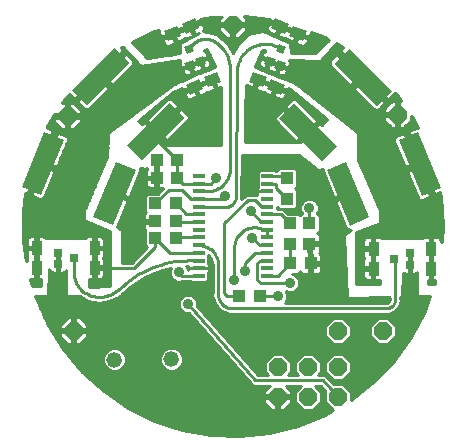
<source format=gbl>
G75*
G70*
%OFA0B0*%
%FSLAX24Y24*%
%IPPOS*%
%LPD*%
%AMOC8*
5,1,8,0,0,1.08239X$1,22.5*
%
%ADD10R,0.0390X0.0120*%
%ADD11R,0.0354X0.0492*%
%ADD12R,0.0256X0.0256*%
%ADD13R,0.0295X0.0295*%
%ADD14R,0.0256X0.0256*%
%ADD15R,0.0295X0.0295*%
%ADD16C,0.0520*%
%ADD17OC8,0.0600*%
%ADD18R,0.0700X0.2000*%
%ADD19R,0.0433X0.0394*%
%ADD20R,0.0394X0.0433*%
%ADD21C,0.0100*%
%ADD22C,0.0360*%
%ADD23C,0.0120*%
D10*
X006763Y005987D03*
X006763Y006243D03*
X006763Y006498D03*
X006763Y006754D03*
X006763Y007010D03*
X006763Y007266D03*
X006763Y007522D03*
X006763Y007778D03*
X006763Y008034D03*
X006763Y008290D03*
X006763Y008546D03*
X006763Y008802D03*
X006763Y009057D03*
X006763Y009313D03*
X009060Y009313D03*
X009060Y009057D03*
X009060Y008802D03*
X009060Y008546D03*
X009060Y008290D03*
X009060Y008034D03*
X009060Y007778D03*
X009060Y007522D03*
X009060Y007266D03*
X009060Y007010D03*
X009060Y006754D03*
X009060Y006498D03*
X009060Y006243D03*
X009060Y005987D03*
D11*
X012597Y006225D03*
X012597Y006875D03*
X014526Y006875D03*
X014526Y006225D03*
G36*
X009047Y012216D02*
X009183Y012542D01*
X009637Y012354D01*
X009501Y012028D01*
X009047Y012216D01*
G37*
G36*
X008447Y012464D02*
X008583Y012790D01*
X009037Y012602D01*
X008901Y012276D01*
X008447Y012464D01*
G37*
G36*
X007072Y012276D02*
X006936Y012602D01*
X007390Y012790D01*
X007526Y012464D01*
X007072Y012276D01*
G37*
G36*
X006471Y012028D02*
X006335Y012354D01*
X006789Y012542D01*
X006925Y012216D01*
X006471Y012028D01*
G37*
G36*
X005733Y013810D02*
X005597Y014136D01*
X006051Y014324D01*
X006187Y013998D01*
X005733Y013810D01*
G37*
G36*
X006333Y014058D02*
X006197Y014384D01*
X006651Y014572D01*
X006787Y014246D01*
X006333Y014058D01*
G37*
G36*
X009185Y014246D02*
X009321Y014572D01*
X009775Y014384D01*
X009639Y014058D01*
X009185Y014246D01*
G37*
G36*
X009786Y013998D02*
X009922Y014324D01*
X010376Y014136D01*
X010240Y013810D01*
X009786Y013998D01*
G37*
X003301Y006900D03*
X003301Y006250D03*
X001371Y006250D03*
X001371Y006900D03*
D12*
G36*
X006387Y013388D02*
X006289Y013624D01*
X006525Y013722D01*
X006623Y013486D01*
X006387Y013388D01*
G37*
G36*
X009350Y013486D02*
X009448Y013722D01*
X009684Y013624D01*
X009586Y013388D01*
X009350Y013486D01*
G37*
D13*
G36*
X008949Y013056D02*
X009062Y013327D01*
X009333Y013214D01*
X009220Y012943D01*
X008949Y013056D01*
G37*
G36*
X009294Y012913D02*
X009407Y013184D01*
X009678Y013071D01*
X009565Y012800D01*
X009294Y012913D01*
G37*
G36*
X006753Y012943D02*
X006640Y013214D01*
X006911Y013327D01*
X007024Y013056D01*
X006753Y012943D01*
G37*
G36*
X006407Y012800D02*
X006294Y013071D01*
X006565Y013184D01*
X006678Y012913D01*
X006407Y012800D01*
G37*
D14*
X002612Y006575D03*
X013286Y006550D03*
D15*
X013817Y006363D03*
X013817Y006737D03*
X002080Y006762D03*
X002080Y006388D03*
D16*
X003961Y003197D03*
X005861Y003203D03*
D17*
X002611Y004150D03*
X009411Y002950D03*
X009411Y001950D03*
X010411Y001950D03*
X010411Y002950D03*
X011411Y002950D03*
X011411Y001950D03*
X011411Y004150D03*
X012911Y004150D03*
X013411Y011350D03*
X007911Y014350D03*
X002411Y011300D03*
D18*
G36*
X003965Y013587D02*
X004460Y013092D01*
X003047Y011679D01*
X002552Y012174D01*
X003965Y013587D01*
G37*
G36*
X005797Y011756D02*
X006292Y011261D01*
X004879Y009848D01*
X004384Y010343D01*
X005797Y011756D01*
G37*
G36*
X003903Y007684D02*
X003256Y007952D01*
X004021Y009798D01*
X004668Y009530D01*
X003903Y007684D01*
G37*
G36*
X001510Y008675D02*
X000863Y008943D01*
X001628Y010789D01*
X002275Y010521D01*
X001510Y008675D01*
G37*
G36*
X011367Y010315D02*
X010872Y009820D01*
X009459Y011233D01*
X009954Y011728D01*
X011367Y010315D01*
G37*
G36*
X011047Y009510D02*
X011694Y009778D01*
X012459Y007932D01*
X011812Y007664D01*
X011047Y009510D01*
G37*
G36*
X013439Y010501D02*
X014086Y010769D01*
X014851Y008923D01*
X014204Y008655D01*
X013439Y010501D01*
G37*
G36*
X013199Y012146D02*
X012704Y011651D01*
X011291Y013064D01*
X011786Y013559D01*
X013199Y012146D01*
G37*
D19*
X010461Y007735D03*
X009811Y007735D03*
X009811Y007065D03*
X010461Y007065D03*
X006046Y009250D03*
X006046Y009850D03*
X005377Y009850D03*
X005377Y009250D03*
X005327Y008400D03*
X005327Y007800D03*
X005327Y007250D03*
X005996Y007250D03*
X005996Y007800D03*
X005996Y008400D03*
D20*
X008127Y005300D03*
X008796Y005300D03*
X009827Y006400D03*
X010496Y006400D03*
X009711Y008565D03*
X009711Y009235D03*
D21*
X003843Y002823D02*
X002846Y002823D01*
X002876Y002787D02*
X002248Y003536D01*
X001731Y004364D01*
X001333Y005256D01*
X001321Y005300D01*
X001761Y005300D01*
X001788Y006200D01*
X001793Y006182D01*
X001812Y006148D01*
X001840Y006120D01*
X001875Y006100D01*
X001913Y006090D01*
X002056Y006090D01*
X002056Y006364D01*
X002104Y006364D01*
X002104Y006090D01*
X002247Y006090D01*
X002286Y006100D01*
X002320Y006120D01*
X002348Y006148D01*
X002361Y006172D01*
X002361Y005300D01*
X002820Y005300D01*
X002908Y005251D01*
X002925Y005242D01*
X003081Y005156D01*
X003081Y005156D01*
X003433Y005091D01*
X003433Y005091D01*
X003788Y005139D01*
X004109Y005296D01*
X004113Y005300D01*
X004211Y005300D01*
X004211Y005396D01*
X004228Y005412D01*
X004237Y005421D01*
X004237Y005421D01*
X004237Y005421D01*
X004467Y005625D01*
X004981Y005961D01*
X005550Y006191D01*
X005836Y006246D01*
X005801Y006162D01*
X005801Y006038D01*
X005849Y005924D01*
X005936Y005837D01*
X006050Y005790D01*
X006173Y005790D01*
X006213Y005807D01*
X006504Y005807D01*
X006514Y005797D01*
X007011Y005797D01*
X007088Y005873D01*
X007088Y006100D01*
X007085Y006103D01*
X007097Y006125D01*
X007108Y006163D01*
X007108Y006243D01*
X007108Y006322D01*
X007097Y006360D01*
X007085Y006382D01*
X007088Y006385D01*
X007088Y006612D01*
X007073Y006626D01*
X007088Y006640D01*
X007088Y006687D01*
X007152Y006622D01*
X007222Y006453D01*
X007231Y006361D01*
X007231Y005459D01*
X007219Y005333D01*
X007219Y005333D01*
X007297Y005073D01*
X007297Y005073D01*
X007469Y004863D01*
X007469Y004863D01*
X007708Y004734D01*
X007779Y004727D01*
X007787Y004720D01*
X007852Y004720D01*
X007918Y004713D01*
X007926Y004720D01*
X013004Y004720D01*
X013017Y004710D01*
X013076Y004720D01*
X013136Y004720D01*
X013148Y004732D01*
X013186Y004738D01*
X013349Y004840D01*
X013349Y004840D01*
X013349Y004840D01*
X013461Y004997D01*
X013505Y005185D01*
X013491Y005265D01*
X013491Y005298D01*
X013561Y005300D01*
X013585Y006091D01*
X013612Y006076D01*
X013650Y006065D01*
X013793Y006065D01*
X013793Y006339D01*
X013841Y006339D01*
X013841Y006065D01*
X013985Y006065D01*
X014023Y006076D01*
X014057Y006095D01*
X014061Y006100D01*
X014061Y005300D01*
X014487Y005300D01*
X014306Y004803D01*
X013848Y003941D01*
X013274Y003150D01*
X012595Y002448D01*
X011841Y001859D01*
X011841Y002128D01*
X011589Y002380D01*
X011264Y002380D01*
X011091Y002570D01*
X011091Y002575D01*
X011042Y002624D01*
X010994Y002676D01*
X010989Y002676D01*
X010986Y002680D01*
X010916Y002680D01*
X010845Y002683D01*
X010842Y002680D01*
X010749Y002680D01*
X010841Y002772D01*
X010841Y003128D01*
X010589Y003380D01*
X010233Y003380D01*
X009981Y003128D01*
X009981Y002772D01*
X010073Y002680D01*
X009749Y002680D01*
X009841Y002772D01*
X009841Y003128D01*
X009589Y003380D01*
X009233Y003380D01*
X008981Y003128D01*
X008981Y002772D01*
X009073Y002680D01*
X008743Y002680D01*
X006716Y004976D01*
X006721Y004988D01*
X006721Y005112D01*
X006674Y005226D01*
X006587Y005313D01*
X006473Y005360D01*
X006350Y005360D01*
X006236Y005313D01*
X006149Y005226D01*
X006101Y005112D01*
X006101Y004988D01*
X006149Y004874D01*
X006236Y004787D01*
X006350Y004740D01*
X006445Y004740D01*
X008481Y002432D01*
X008481Y002425D01*
X008530Y002377D01*
X008576Y002325D01*
X008582Y002325D01*
X008587Y002320D01*
X008656Y002320D01*
X008725Y002316D01*
X008729Y002320D01*
X009145Y002320D01*
X008961Y002136D01*
X008961Y002000D01*
X009361Y002000D01*
X009361Y001900D01*
X008961Y001900D01*
X008961Y001764D01*
X009225Y001500D01*
X009361Y001500D01*
X009361Y001900D01*
X009461Y001900D01*
X009461Y001500D01*
X009598Y001500D01*
X009861Y001764D01*
X009861Y001900D01*
X009461Y001900D01*
X009461Y002000D01*
X009861Y002000D01*
X009861Y002136D01*
X009678Y002320D01*
X010173Y002320D01*
X009981Y002128D01*
X009981Y001772D01*
X010233Y001520D01*
X010589Y001520D01*
X010841Y001772D01*
X010841Y002128D01*
X010649Y002320D01*
X010832Y002320D01*
X010994Y002141D01*
X010981Y002128D01*
X010981Y001772D01*
X011233Y001520D01*
X011260Y001520D01*
X010980Y001358D01*
X010074Y000993D01*
X009127Y000756D01*
X008156Y000654D01*
X007180Y000688D01*
X006218Y000858D01*
X005289Y001160D01*
X004411Y001588D01*
X003602Y002134D01*
X002876Y002787D01*
X002945Y002725D02*
X008223Y002725D01*
X008310Y002626D02*
X003055Y002626D01*
X003164Y002528D02*
X008397Y002528D01*
X008481Y002429D02*
X003273Y002429D01*
X003383Y002331D02*
X008570Y002331D01*
X008661Y002500D02*
X006411Y005050D01*
X006229Y004793D02*
X001539Y004793D01*
X001583Y004695D02*
X006485Y004695D01*
X006571Y004596D02*
X002801Y004596D01*
X002798Y004600D02*
X002661Y004600D01*
X002661Y004200D01*
X002561Y004200D01*
X002561Y004100D01*
X002161Y004100D01*
X002161Y003964D01*
X002425Y003700D01*
X002561Y003700D01*
X002561Y004100D01*
X002661Y004100D01*
X002661Y003700D01*
X002798Y003700D01*
X003061Y003964D01*
X003061Y004100D01*
X002661Y004100D01*
X002661Y004200D01*
X003061Y004200D01*
X003061Y004336D01*
X002798Y004600D01*
X002661Y004596D02*
X002561Y004596D01*
X002561Y004600D02*
X002425Y004600D01*
X002161Y004336D01*
X002161Y004200D01*
X002561Y004200D01*
X002561Y004600D01*
X002561Y004498D02*
X002661Y004498D01*
X002661Y004399D02*
X002561Y004399D01*
X002561Y004301D02*
X002661Y004301D01*
X002661Y004202D02*
X002561Y004202D01*
X002561Y004104D02*
X001893Y004104D01*
X001955Y004005D02*
X002161Y004005D01*
X002218Y003907D02*
X002016Y003907D01*
X002078Y003808D02*
X002316Y003808D01*
X002415Y003710D02*
X002139Y003710D01*
X002201Y003611D02*
X007441Y003611D01*
X007527Y003513D02*
X006103Y003513D01*
X006082Y003534D02*
X005939Y003593D01*
X005784Y003593D01*
X005640Y003534D01*
X005531Y003424D01*
X005471Y003281D01*
X005471Y003126D01*
X005531Y002982D01*
X005640Y002873D01*
X005784Y002813D01*
X005939Y002813D01*
X006082Y002873D01*
X006192Y002982D01*
X006251Y003126D01*
X006251Y003281D01*
X006192Y003424D01*
X006082Y003534D01*
X006196Y003414D02*
X007614Y003414D01*
X007701Y003316D02*
X006237Y003316D01*
X006251Y003217D02*
X007788Y003217D01*
X007875Y003119D02*
X006249Y003119D01*
X006208Y003020D02*
X007962Y003020D01*
X008049Y002922D02*
X006132Y002922D01*
X005963Y002823D02*
X008136Y002823D01*
X008442Y003020D02*
X008981Y003020D01*
X008981Y002922D02*
X008529Y002922D01*
X008616Y002823D02*
X008981Y002823D01*
X009028Y002725D02*
X008703Y002725D01*
X008661Y002500D02*
X010911Y002500D01*
X011411Y001950D01*
X011112Y001641D02*
X010711Y001641D01*
X010612Y001543D02*
X011210Y001543D01*
X011129Y001444D02*
X004705Y001444D01*
X004907Y001346D02*
X010949Y001346D01*
X010705Y001247D02*
X005109Y001247D01*
X005322Y001149D02*
X010462Y001149D01*
X010218Y001050D02*
X005625Y001050D01*
X005928Y000952D02*
X009912Y000952D01*
X009516Y000853D02*
X006243Y000853D01*
X006802Y000755D02*
X009114Y000755D01*
X009182Y001543D02*
X004503Y001543D01*
X004332Y001641D02*
X009083Y001641D01*
X008985Y001740D02*
X004186Y001740D01*
X004040Y001838D02*
X008961Y001838D01*
X008961Y002035D02*
X003748Y002035D01*
X003894Y001937D02*
X009361Y001937D01*
X009361Y001838D02*
X009461Y001838D01*
X009461Y001740D02*
X009361Y001740D01*
X009361Y001641D02*
X009461Y001641D01*
X009461Y001543D02*
X009361Y001543D01*
X009641Y001543D02*
X010210Y001543D01*
X010112Y001641D02*
X009739Y001641D01*
X009838Y001740D02*
X010013Y001740D01*
X009981Y001838D02*
X009861Y001838D01*
X009981Y001937D02*
X009461Y001937D01*
X009765Y002232D02*
X010086Y002232D01*
X009987Y002134D02*
X009861Y002134D01*
X009861Y002035D02*
X009981Y002035D01*
X010028Y002725D02*
X009794Y002725D01*
X009841Y002823D02*
X009981Y002823D01*
X009981Y002922D02*
X009841Y002922D01*
X009841Y003020D02*
X009981Y003020D01*
X009981Y003119D02*
X009841Y003119D01*
X009752Y003217D02*
X010071Y003217D01*
X010169Y003316D02*
X009653Y003316D01*
X009169Y003316D02*
X008181Y003316D01*
X008094Y003414D02*
X013465Y003414D01*
X013394Y003316D02*
X011653Y003316D01*
X011589Y003380D02*
X011233Y003380D01*
X010981Y003128D01*
X010981Y002772D01*
X011233Y002520D01*
X011589Y002520D01*
X011841Y002772D01*
X011841Y003128D01*
X011589Y003380D01*
X011752Y003217D02*
X013322Y003217D01*
X013243Y003119D02*
X011841Y003119D01*
X011841Y003020D02*
X013148Y003020D01*
X013053Y002922D02*
X011841Y002922D01*
X011841Y002823D02*
X012958Y002823D01*
X012863Y002725D02*
X011794Y002725D01*
X011696Y002626D02*
X012768Y002626D01*
X012673Y002528D02*
X011597Y002528D01*
X011638Y002331D02*
X012445Y002331D01*
X012319Y002232D02*
X011737Y002232D01*
X011835Y002134D02*
X012193Y002134D01*
X012067Y002035D02*
X011841Y002035D01*
X011841Y001937D02*
X011941Y001937D01*
X012572Y002429D02*
X011219Y002429D01*
X011225Y002528D02*
X011129Y002528D01*
X011127Y002626D02*
X011040Y002626D01*
X011028Y002725D02*
X010794Y002725D01*
X010841Y002823D02*
X010981Y002823D01*
X010981Y002922D02*
X010841Y002922D01*
X010841Y003020D02*
X010981Y003020D01*
X010981Y003119D02*
X010841Y003119D01*
X010752Y003217D02*
X011071Y003217D01*
X011169Y003316D02*
X010653Y003316D01*
X011233Y003720D02*
X011589Y003720D01*
X011841Y003972D01*
X011841Y004328D01*
X011589Y004580D01*
X011233Y004580D01*
X010981Y004328D01*
X010981Y003972D01*
X011233Y003720D01*
X011145Y003808D02*
X007747Y003808D01*
X007834Y003710D02*
X013680Y003710D01*
X013609Y003611D02*
X007921Y003611D01*
X008008Y003513D02*
X013537Y003513D01*
X013752Y003808D02*
X013178Y003808D01*
X013089Y003720D02*
X013341Y003972D01*
X013341Y004328D01*
X013089Y004580D01*
X012733Y004580D01*
X012481Y004328D01*
X012481Y003972D01*
X012733Y003720D01*
X013089Y003720D01*
X013276Y003907D02*
X013823Y003907D01*
X013882Y004005D02*
X013341Y004005D01*
X013341Y004104D02*
X013935Y004104D01*
X013987Y004202D02*
X013341Y004202D01*
X013341Y004301D02*
X014039Y004301D01*
X014092Y004399D02*
X013270Y004399D01*
X013171Y004498D02*
X014144Y004498D01*
X014196Y004596D02*
X007052Y004596D01*
X007138Y004498D02*
X011151Y004498D01*
X011053Y004399D02*
X007225Y004399D01*
X007312Y004301D02*
X010981Y004301D01*
X010981Y004202D02*
X007399Y004202D01*
X007486Y004104D02*
X010981Y004104D01*
X010981Y004005D02*
X007573Y004005D01*
X007660Y003907D02*
X011046Y003907D01*
X011678Y003808D02*
X012645Y003808D01*
X012546Y003907D02*
X011776Y003907D01*
X011841Y004005D02*
X012481Y004005D01*
X012481Y004104D02*
X011841Y004104D01*
X011841Y004202D02*
X012481Y004202D01*
X012481Y004301D02*
X011841Y004301D01*
X011770Y004399D02*
X012553Y004399D01*
X012651Y004498D02*
X011671Y004498D01*
X011711Y005250D02*
X013122Y005288D01*
X013131Y005235D01*
X013131Y005179D01*
X013124Y005149D01*
X013096Y005110D01*
X013055Y005084D01*
X013041Y005080D01*
X009630Y005080D01*
X009674Y005124D01*
X009721Y005238D01*
X009721Y005362D01*
X009676Y005470D01*
X009750Y005440D01*
X009873Y005440D01*
X009987Y005487D01*
X010074Y005574D01*
X010121Y005688D01*
X010121Y005812D01*
X010074Y005926D01*
X009987Y006013D01*
X009889Y006053D01*
X010077Y006053D01*
X010154Y006130D01*
X010154Y006147D01*
X010159Y006126D01*
X010179Y006091D01*
X010207Y006063D01*
X010241Y006044D01*
X010279Y006033D01*
X010448Y006033D01*
X010448Y006352D01*
X010544Y006352D01*
X010544Y006033D01*
X010713Y006033D01*
X010751Y006044D01*
X010785Y006063D01*
X010813Y006091D01*
X010833Y006126D01*
X010843Y006164D01*
X010843Y006352D01*
X010544Y006352D01*
X010544Y006448D01*
X010843Y006448D01*
X010843Y006636D01*
X010833Y006674D01*
X010813Y006709D01*
X010785Y006737D01*
X010767Y006747D01*
X010770Y006748D01*
X010798Y006776D01*
X010818Y006811D01*
X010828Y006849D01*
X010828Y007017D01*
X010510Y007017D01*
X010510Y007114D01*
X010828Y007114D01*
X010828Y007282D01*
X010818Y007320D01*
X010798Y007354D01*
X010770Y007382D01*
X010736Y007402D01*
X010714Y007408D01*
X010732Y007408D01*
X010808Y007484D01*
X010808Y007985D01*
X010732Y008061D01*
X010711Y008061D01*
X010724Y008074D01*
X010771Y008188D01*
X010771Y008312D01*
X010724Y008426D01*
X010637Y008513D01*
X010523Y008560D01*
X010400Y008560D01*
X010286Y008513D01*
X010199Y008426D01*
X010151Y008312D01*
X010151Y008188D01*
X010199Y008074D01*
X010211Y008061D01*
X010191Y008061D01*
X010136Y008007D01*
X010082Y008061D01*
X009739Y008061D01*
X009587Y008214D01*
X009385Y008214D01*
X009385Y008294D01*
X009461Y008219D01*
X009962Y008219D01*
X010038Y008295D01*
X010038Y008836D01*
X009974Y008900D01*
X010038Y008964D01*
X010038Y009505D01*
X009962Y009581D01*
X009461Y009581D01*
X009384Y009505D01*
X009384Y009493D01*
X009319Y009493D01*
X009309Y009503D01*
X008811Y009503D01*
X008735Y009427D01*
X008735Y009200D01*
X008749Y009185D01*
X008735Y009171D01*
X008735Y008944D01*
X008738Y008941D01*
X008725Y008919D01*
X008715Y008881D01*
X008715Y008802D01*
X009060Y008802D01*
X009060Y008802D01*
X008715Y008802D01*
X008715Y008722D01*
X008725Y008684D01*
X008727Y008680D01*
X008414Y008680D01*
X008343Y008682D01*
X008340Y008680D01*
X008337Y008680D01*
X008286Y008629D01*
X008191Y008540D01*
X008191Y008587D01*
X008200Y008649D01*
X008192Y008659D01*
X008208Y010022D01*
X010111Y010000D01*
X010761Y009500D01*
X010900Y009544D01*
X010895Y009511D01*
X010900Y009472D01*
X011272Y008576D01*
X011687Y008748D01*
X011726Y008656D01*
X011310Y008483D01*
X011681Y007588D01*
X011705Y007556D01*
X011736Y007532D01*
X011773Y007517D01*
X011812Y007512D01*
X011847Y007517D01*
X011611Y007350D01*
X011711Y005250D01*
X011710Y005286D02*
X009721Y005286D01*
X009712Y005384D02*
X011705Y005384D01*
X011700Y005483D02*
X009977Y005483D01*
X010077Y005581D02*
X011696Y005581D01*
X011691Y005680D02*
X010118Y005680D01*
X010121Y005778D02*
X011686Y005778D01*
X011681Y005877D02*
X010094Y005877D01*
X010024Y005975D02*
X011677Y005975D01*
X011672Y006074D02*
X010795Y006074D01*
X010843Y006172D02*
X011667Y006172D01*
X011663Y006271D02*
X010843Y006271D01*
X010843Y006468D02*
X011653Y006468D01*
X011649Y006566D02*
X010843Y006566D01*
X010835Y006665D02*
X011644Y006665D01*
X011639Y006763D02*
X010785Y006763D01*
X010828Y006862D02*
X011635Y006862D01*
X011630Y006960D02*
X010828Y006960D01*
X010828Y007157D02*
X011620Y007157D01*
X011625Y007059D02*
X010510Y007059D01*
X010510Y007017D02*
X010510Y006719D01*
X010544Y006719D01*
X010544Y006448D01*
X010448Y006448D01*
X010448Y006767D01*
X010413Y006767D01*
X010413Y007017D01*
X010510Y007017D01*
X010510Y006960D02*
X010413Y006960D01*
X010413Y006862D02*
X010510Y006862D01*
X010510Y006763D02*
X010448Y006763D01*
X010448Y006665D02*
X010544Y006665D01*
X010544Y006566D02*
X010448Y006566D01*
X010448Y006468D02*
X010544Y006468D01*
X010544Y006369D02*
X011658Y006369D01*
X011616Y007256D02*
X010828Y007256D01*
X010798Y007354D02*
X011618Y007354D01*
X011757Y007453D02*
X010777Y007453D01*
X010808Y007551D02*
X011711Y007551D01*
X011655Y007650D02*
X010808Y007650D01*
X010808Y007749D02*
X011614Y007749D01*
X011573Y007847D02*
X010808Y007847D01*
X010808Y007946D02*
X011533Y007946D01*
X011492Y008044D02*
X010749Y008044D01*
X010752Y008143D02*
X011451Y008143D01*
X011410Y008241D02*
X010771Y008241D01*
X010760Y008340D02*
X011369Y008340D01*
X011329Y008438D02*
X010712Y008438D01*
X010580Y008537D02*
X011438Y008537D01*
X011414Y008635D02*
X011676Y008635D01*
X011693Y008734D02*
X011652Y008734D01*
X011247Y008635D02*
X010038Y008635D01*
X010038Y008537D02*
X010343Y008537D01*
X010211Y008438D02*
X010038Y008438D01*
X010038Y008340D02*
X010163Y008340D01*
X010151Y008241D02*
X009984Y008241D01*
X010170Y008143D02*
X009658Y008143D01*
X009512Y008034D02*
X009811Y007735D01*
X010099Y008044D02*
X010173Y008044D01*
X010461Y008250D02*
X010461Y007735D01*
X009811Y007065D02*
X009811Y006415D01*
X009827Y006400D01*
X009413Y005987D01*
X009060Y005987D01*
X008861Y005750D02*
X009811Y005750D01*
X010098Y006074D02*
X010196Y006074D01*
X010448Y006074D02*
X010544Y006074D01*
X010544Y006172D02*
X010448Y006172D01*
X010448Y006271D02*
X010544Y006271D01*
X009700Y005187D02*
X013131Y005187D01*
X013123Y005286D02*
X013043Y005286D01*
X013311Y005250D02*
X013315Y005216D01*
X013314Y005182D01*
X013311Y005148D01*
X013303Y005115D01*
X013291Y005083D01*
X013277Y005052D01*
X013258Y005023D01*
X013237Y004997D01*
X013213Y004973D01*
X013186Y004952D01*
X013157Y004933D01*
X013126Y004919D01*
X013094Y004908D01*
X013061Y004900D01*
X007861Y004900D01*
X007708Y004734D02*
X007708Y004734D01*
X007598Y004793D02*
X006878Y004793D01*
X006965Y004695D02*
X014249Y004695D01*
X014301Y004793D02*
X013274Y004793D01*
X013186Y004738D02*
X013186Y004738D01*
X013386Y004892D02*
X014339Y004892D01*
X014374Y004990D02*
X013457Y004990D01*
X013461Y004997D02*
X013461Y004997D01*
X013483Y005089D02*
X014410Y005089D01*
X014446Y005187D02*
X013504Y005187D01*
X013505Y005185D02*
X013505Y005185D01*
X013491Y005286D02*
X014482Y005286D01*
X014061Y005384D02*
X013564Y005384D01*
X013567Y005483D02*
X014061Y005483D01*
X014061Y005581D02*
X013570Y005581D01*
X013573Y005680D02*
X014061Y005680D01*
X014061Y005778D02*
X013576Y005778D01*
X013579Y005877D02*
X014061Y005877D01*
X014061Y005975D02*
X013582Y005975D01*
X013585Y006074D02*
X013618Y006074D01*
X013793Y006074D02*
X013841Y006074D01*
X013841Y006172D02*
X013793Y006172D01*
X013793Y006271D02*
X013841Y006271D01*
X013841Y006387D02*
X013793Y006387D01*
X013793Y006713D01*
X013841Y006713D01*
X013841Y006439D01*
X013841Y006387D01*
X013841Y006468D02*
X013793Y006468D01*
X013793Y006566D02*
X013841Y006566D01*
X013841Y006665D02*
X013793Y006665D01*
X013311Y006524D02*
X013311Y005250D01*
X013063Y005089D02*
X009639Y005089D01*
X009411Y005300D02*
X008796Y005300D01*
X008861Y005750D02*
X008711Y005850D01*
X008711Y006400D01*
X008810Y006498D01*
X009060Y006498D01*
X009056Y006750D02*
X009060Y006754D01*
X009056Y006750D02*
X008661Y006750D01*
X008311Y006400D01*
X008311Y006150D01*
X007961Y005850D02*
X007961Y007000D01*
X008561Y007250D02*
X008801Y007010D01*
X009060Y007010D01*
X009060Y007266D02*
X009060Y007522D01*
X009038Y007500D01*
X008661Y007600D01*
X008833Y007778D02*
X008511Y008150D01*
X008411Y008500D02*
X007611Y007750D01*
X007611Y005400D01*
X007711Y005300D01*
X008127Y005300D01*
X007861Y004900D02*
X007818Y004907D01*
X007775Y004917D01*
X007733Y004930D01*
X007693Y004948D01*
X007655Y004968D01*
X007618Y004992D01*
X007584Y005019D01*
X007552Y005049D01*
X007522Y005082D01*
X007496Y005117D01*
X007473Y005154D01*
X007453Y005194D01*
X007437Y005234D01*
X007425Y005276D01*
X007416Y005319D01*
X007410Y005362D01*
X007409Y005406D01*
X007411Y005450D01*
X007411Y006361D01*
X007231Y006369D02*
X007092Y006369D01*
X007088Y006468D02*
X007216Y006468D01*
X007175Y006566D02*
X007088Y006566D01*
X007088Y006665D02*
X007109Y006665D01*
X006763Y006754D02*
X005822Y006754D01*
X005327Y007250D01*
X005327Y006965D01*
X004611Y006250D01*
X003301Y006250D01*
X003301Y006250D01*
X003011Y005400D02*
X003064Y005373D01*
X003119Y005350D01*
X003175Y005330D01*
X003232Y005313D01*
X003290Y005301D01*
X003349Y005292D01*
X003408Y005286D01*
X003467Y005285D01*
X003527Y005287D01*
X003586Y005294D01*
X003645Y005303D01*
X003702Y005317D01*
X003759Y005334D01*
X003815Y005355D01*
X003869Y005380D01*
X003922Y005407D01*
X003972Y005439D01*
X004021Y005473D01*
X004067Y005510D01*
X004111Y005550D01*
X004211Y005384D02*
X007224Y005384D01*
X007233Y005286D02*
X006614Y005286D01*
X006690Y005187D02*
X007263Y005187D01*
X007292Y005089D02*
X006721Y005089D01*
X006721Y004990D02*
X007365Y004990D01*
X007445Y004892D02*
X006791Y004892D01*
X006658Y004498D02*
X002900Y004498D01*
X002998Y004399D02*
X006745Y004399D01*
X006832Y004301D02*
X003061Y004301D01*
X003061Y004202D02*
X006919Y004202D01*
X007006Y004104D02*
X002661Y004104D01*
X002661Y004005D02*
X002561Y004005D01*
X002561Y003907D02*
X002661Y003907D01*
X002661Y003808D02*
X002561Y003808D01*
X002561Y003710D02*
X002661Y003710D01*
X002808Y003710D02*
X007354Y003710D01*
X007267Y003808D02*
X002906Y003808D01*
X003005Y003907D02*
X007180Y003907D01*
X007093Y004005D02*
X003061Y004005D01*
X003631Y003418D02*
X003571Y003274D01*
X003571Y003119D01*
X003631Y002976D01*
X003740Y002866D01*
X003884Y002807D01*
X004039Y002807D01*
X004182Y002866D01*
X004292Y002976D01*
X004351Y003119D01*
X005474Y003119D01*
X005471Y003217D02*
X004351Y003217D01*
X004351Y003274D02*
X004292Y003418D01*
X004182Y003527D01*
X004039Y003587D01*
X003884Y003587D01*
X003740Y003527D01*
X003631Y003418D01*
X003629Y003414D02*
X002350Y003414D01*
X002432Y003316D02*
X003589Y003316D01*
X003571Y003217D02*
X002515Y003217D01*
X002598Y003119D02*
X003571Y003119D01*
X003612Y003020D02*
X002680Y003020D01*
X002763Y002922D02*
X003684Y002922D01*
X004079Y002823D02*
X005759Y002823D01*
X005591Y002922D02*
X004238Y002922D01*
X004310Y003020D02*
X005515Y003020D01*
X005486Y003316D02*
X004334Y003316D01*
X004351Y003274D02*
X004351Y003119D01*
X004293Y003414D02*
X005527Y003414D01*
X005619Y003513D02*
X004197Y003513D01*
X003726Y003513D02*
X002267Y003513D01*
X002161Y004202D02*
X001831Y004202D01*
X001770Y004301D02*
X002161Y004301D01*
X002224Y004399D02*
X001715Y004399D01*
X001671Y004498D02*
X002323Y004498D01*
X002421Y004596D02*
X001627Y004596D01*
X001495Y004892D02*
X006141Y004892D01*
X006101Y004990D02*
X001452Y004990D01*
X001408Y005089D02*
X006101Y005089D01*
X006133Y005187D02*
X003887Y005187D01*
X003788Y005139D02*
X003788Y005139D01*
X004088Y005286D02*
X006209Y005286D01*
X005896Y005877D02*
X004853Y005877D01*
X004702Y005778D02*
X007231Y005778D01*
X007231Y005680D02*
X004551Y005680D01*
X004418Y005581D02*
X007231Y005581D01*
X007231Y005483D02*
X004307Y005483D01*
X004109Y005296D02*
X004109Y005296D01*
X003011Y005399D02*
X002966Y005426D01*
X002922Y005456D01*
X002881Y005489D01*
X002842Y005525D01*
X002805Y005563D01*
X002771Y005604D01*
X002740Y005647D01*
X002712Y005692D01*
X002687Y005738D01*
X002666Y005787D01*
X002647Y005836D01*
X002633Y005887D01*
X002621Y005939D01*
X002613Y005991D01*
X002609Y006044D01*
X002608Y006097D01*
X002611Y006150D01*
X002361Y006074D02*
X001784Y006074D01*
X001787Y006172D02*
X001798Y006172D01*
X001781Y005975D02*
X002361Y005975D01*
X002361Y005877D02*
X001778Y005877D01*
X001775Y005778D02*
X002361Y005778D01*
X002361Y005680D02*
X001773Y005680D01*
X001770Y005581D02*
X002361Y005581D01*
X002361Y005483D02*
X001767Y005483D01*
X001764Y005384D02*
X002361Y005384D01*
X002845Y005286D02*
X001325Y005286D01*
X001364Y005187D02*
X003024Y005187D01*
X002104Y006172D02*
X002056Y006172D01*
X002056Y006271D02*
X002104Y006271D01*
X002104Y006412D02*
X002056Y006412D01*
X002056Y006686D01*
X002056Y006738D01*
X002104Y006738D01*
X002104Y006412D01*
X002104Y006468D02*
X002056Y006468D01*
X002056Y006566D02*
X002104Y006566D01*
X002104Y006665D02*
X002056Y006665D01*
X002612Y006575D02*
X002619Y006469D01*
X002621Y006363D01*
X002619Y006256D01*
X002612Y006150D01*
X004029Y007602D02*
X004033Y007608D01*
X004404Y008504D01*
X003989Y008676D01*
X004027Y008768D01*
X004443Y008596D01*
X004814Y009492D01*
X004819Y009531D01*
X004814Y009570D01*
X004804Y009594D01*
X005011Y009550D01*
X005036Y009568D01*
X005040Y009561D01*
X005051Y009550D01*
X005040Y009539D01*
X005020Y009505D01*
X005010Y009467D01*
X005010Y009298D01*
X005328Y009298D01*
X005328Y009202D01*
X005010Y009202D01*
X005010Y009033D01*
X005020Y008995D01*
X005040Y008961D01*
X005068Y008933D01*
X005102Y008913D01*
X005140Y008903D01*
X005328Y008903D01*
X005328Y009202D01*
X005425Y009202D01*
X005425Y008903D01*
X005575Y008903D01*
X005399Y008727D01*
X005056Y008727D01*
X004980Y008651D01*
X004980Y008149D01*
X005015Y008114D01*
X004990Y008089D01*
X004970Y008055D01*
X004960Y008017D01*
X004960Y007848D01*
X005278Y007848D01*
X005278Y007752D01*
X004960Y007752D01*
X004960Y007583D01*
X004970Y007545D01*
X004990Y007511D01*
X004990Y007511D01*
X004980Y007501D01*
X004980Y006999D01*
X005043Y006936D01*
X004537Y006430D01*
X004211Y006430D01*
X004211Y007500D01*
X004029Y007602D01*
X004051Y007650D02*
X004960Y007650D01*
X004960Y007749D02*
X004092Y007749D01*
X004132Y007847D02*
X005278Y007847D01*
X004960Y007946D02*
X004173Y007946D01*
X004214Y008044D02*
X004967Y008044D01*
X004987Y008143D02*
X004255Y008143D01*
X004296Y008241D02*
X004980Y008241D01*
X004980Y008340D02*
X004336Y008340D01*
X004377Y008438D02*
X004980Y008438D01*
X004980Y008537D02*
X004325Y008537D01*
X004348Y008635D02*
X004087Y008635D01*
X004111Y008734D02*
X004013Y008734D01*
X004459Y008635D02*
X004980Y008635D01*
X005073Y008931D02*
X004581Y008931D01*
X004622Y009029D02*
X005011Y009029D01*
X005010Y009128D02*
X004663Y009128D01*
X004704Y009226D02*
X005328Y009226D01*
X005328Y009298D02*
X005328Y009776D01*
X005364Y009802D01*
X005425Y009802D01*
X005425Y009503D01*
X005425Y009298D01*
X005328Y009298D01*
X005328Y009325D02*
X005425Y009325D01*
X005425Y009423D02*
X005328Y009423D01*
X005328Y009522D02*
X005425Y009522D01*
X005425Y009620D02*
X005328Y009620D01*
X005328Y009719D02*
X005425Y009719D01*
X005030Y009522D02*
X004818Y009522D01*
X004785Y009423D02*
X005010Y009423D01*
X005010Y009325D02*
X004744Y009325D01*
X004540Y008832D02*
X005504Y008832D01*
X005425Y008931D02*
X005328Y008931D01*
X005328Y009029D02*
X005425Y009029D01*
X005425Y009128D02*
X005328Y009128D01*
X005406Y008734D02*
X004500Y008734D01*
X005327Y008400D02*
X005777Y008850D01*
X006211Y008850D01*
X006516Y008546D01*
X006763Y008546D01*
X007557Y008546D01*
X007661Y008650D01*
X008012Y008600D02*
X008005Y008565D01*
X007995Y008531D01*
X007981Y008497D01*
X007965Y008466D01*
X007945Y008436D01*
X007923Y008408D01*
X007898Y008383D01*
X007871Y008360D01*
X007841Y008340D01*
X007810Y008322D01*
X007777Y008308D01*
X007743Y008298D01*
X007708Y008290D01*
X007672Y008287D01*
X007637Y008286D01*
X007601Y008289D01*
X007601Y008290D02*
X006763Y008290D01*
X006763Y008034D02*
X006362Y008034D01*
X005996Y008400D01*
X005996Y007800D02*
X005996Y007778D01*
X006763Y007778D01*
X006763Y007266D02*
X005996Y007266D01*
X005996Y007250D01*
X006461Y006500D02*
X006763Y006498D01*
X006763Y007010D02*
X006811Y007008D01*
X006860Y007003D01*
X006907Y006994D01*
X006954Y006981D01*
X007000Y006965D01*
X007045Y006946D01*
X007088Y006923D01*
X007129Y006897D01*
X007168Y006868D01*
X007204Y006837D01*
X007239Y006802D01*
X007270Y006766D01*
X007299Y006727D01*
X007325Y006686D01*
X007348Y006643D01*
X007367Y006598D01*
X007383Y006552D01*
X007396Y006505D01*
X007405Y006458D01*
X007410Y006409D01*
X007412Y006361D01*
X007231Y006271D02*
X007108Y006271D01*
X007108Y006243D02*
X006763Y006243D01*
X006763Y006243D01*
X007108Y006243D01*
X007108Y006172D02*
X007231Y006172D01*
X007231Y006074D02*
X007088Y006074D01*
X007088Y005975D02*
X007231Y005975D01*
X007231Y005877D02*
X007088Y005877D01*
X006763Y005987D02*
X006225Y005987D01*
X006111Y006100D01*
X006335Y006315D02*
X006418Y006318D01*
X006418Y006243D01*
X006763Y006243D01*
X006763Y006243D01*
X006418Y006243D01*
X006418Y006171D01*
X006374Y006276D01*
X006335Y006315D01*
X006376Y006271D02*
X006418Y006271D01*
X006417Y006172D02*
X006418Y006172D01*
X005806Y006172D02*
X005505Y006172D01*
X005261Y006074D02*
X005801Y006074D01*
X005827Y005975D02*
X005017Y005975D01*
X004575Y006468D02*
X004211Y006468D01*
X004211Y006566D02*
X004673Y006566D01*
X004772Y006665D02*
X004211Y006665D01*
X004211Y006763D02*
X004870Y006763D01*
X004969Y006862D02*
X004211Y006862D01*
X004211Y006960D02*
X005019Y006960D01*
X004980Y007059D02*
X004211Y007059D01*
X004211Y007157D02*
X004980Y007157D01*
X004980Y007256D02*
X004211Y007256D01*
X004211Y007354D02*
X004980Y007354D01*
X004980Y007453D02*
X004211Y007453D01*
X004119Y007551D02*
X004969Y007551D01*
X006238Y009057D02*
X006763Y009057D01*
X007169Y009057D01*
X007361Y009250D01*
X007063Y008801D02*
X007116Y008805D01*
X007168Y008812D01*
X007220Y008823D01*
X007271Y008837D01*
X007321Y008854D01*
X007369Y008875D01*
X007416Y008900D01*
X007461Y008927D01*
X007505Y008957D01*
X007546Y008991D01*
X007584Y009027D01*
X007620Y009065D01*
X007654Y009106D01*
X007684Y009149D01*
X007712Y009194D01*
X007736Y009241D01*
X007758Y009290D01*
X007775Y009340D01*
X007790Y009390D01*
X007801Y009442D01*
X007808Y009494D01*
X007811Y009547D01*
X007812Y009600D01*
X007811Y009600D02*
X007811Y012900D01*
X008061Y012950D02*
X008011Y008600D01*
X008198Y008635D02*
X008292Y008635D01*
X008193Y008734D02*
X008715Y008734D01*
X008715Y008832D02*
X008194Y008832D01*
X008195Y008931D02*
X008732Y008931D01*
X008735Y009029D02*
X008196Y009029D01*
X008197Y009128D02*
X008735Y009128D01*
X008735Y009226D02*
X008199Y009226D01*
X008200Y009325D02*
X008735Y009325D01*
X008735Y009423D02*
X008201Y009423D01*
X008202Y009522D02*
X009401Y009522D01*
X009633Y009313D02*
X009060Y009313D01*
X009060Y009057D02*
X009354Y009057D01*
X009361Y009050D01*
X009361Y008915D01*
X009711Y008565D01*
X010038Y008734D02*
X011206Y008734D01*
X011165Y008832D02*
X010038Y008832D01*
X010004Y008931D02*
X011125Y008931D01*
X011084Y009029D02*
X010038Y009029D01*
X010038Y009128D02*
X011043Y009128D01*
X011002Y009226D02*
X010038Y009226D01*
X010038Y009325D02*
X010961Y009325D01*
X010921Y009423D02*
X010038Y009423D01*
X010022Y009522D02*
X010733Y009522D01*
X010829Y009522D02*
X010897Y009522D01*
X010605Y009620D02*
X008203Y009620D01*
X008204Y009719D02*
X010477Y009719D01*
X010349Y009817D02*
X008205Y009817D01*
X008206Y009916D02*
X010221Y009916D01*
X010160Y010450D02*
X008311Y010450D01*
X008311Y011400D01*
X008358Y012343D01*
X008371Y012333D01*
X008581Y012246D01*
X008692Y012512D01*
X008763Y012483D01*
X008793Y012554D01*
X009123Y012417D01*
X009123Y012417D01*
X009321Y012335D01*
X009292Y012264D01*
X008962Y012400D01*
X008763Y012483D01*
X008653Y012216D01*
X008863Y012129D01*
X008902Y012124D01*
X008926Y012127D01*
X008940Y012108D01*
X008972Y012084D01*
X009181Y011997D01*
X009292Y012264D01*
X009363Y012234D01*
X009253Y011968D01*
X009463Y011881D01*
X009502Y011875D01*
X009541Y011881D01*
X009577Y011896D01*
X009609Y011920D01*
X009633Y011951D01*
X009693Y012097D01*
X009363Y012234D01*
X009393Y012305D01*
X009723Y012169D01*
X009749Y012232D01*
X009811Y012200D01*
X011061Y011200D01*
X010878Y011016D01*
X010802Y011092D01*
X010484Y010774D01*
X010413Y010844D01*
X010343Y010774D01*
X009565Y011552D01*
X009339Y011325D01*
X009319Y011291D01*
X009309Y011253D01*
X009309Y011214D01*
X009319Y011175D01*
X009339Y011141D01*
X010024Y010455D01*
X010343Y010774D01*
X010413Y010703D01*
X010160Y010450D01*
X010217Y010507D02*
X010075Y010507D01*
X009973Y010507D02*
X008311Y010507D01*
X008311Y010605D02*
X009875Y010605D01*
X009776Y010704D02*
X008311Y010704D01*
X008311Y010802D02*
X009678Y010802D01*
X009579Y010901D02*
X008311Y010901D01*
X008311Y010999D02*
X009481Y010999D01*
X009382Y011098D02*
X008311Y011098D01*
X008311Y011196D02*
X009313Y011196D01*
X009321Y011295D02*
X008311Y011295D01*
X008311Y011393D02*
X009406Y011393D01*
X009505Y011492D02*
X008316Y011492D01*
X008321Y011590D02*
X009668Y011590D01*
X009635Y011622D02*
X009862Y011848D01*
X009896Y011868D01*
X009934Y011878D01*
X009973Y011878D01*
X010012Y011868D01*
X010046Y011848D01*
X010732Y011163D01*
X010413Y010844D01*
X009635Y011622D01*
X009702Y011689D02*
X008326Y011689D01*
X008331Y011787D02*
X009800Y011787D01*
X009646Y011984D02*
X010081Y011984D01*
X009958Y012083D02*
X009687Y012083D01*
X009693Y012181D02*
X009491Y012181D01*
X009455Y012280D02*
X009382Y012280D01*
X009298Y012280D02*
X009254Y012280D01*
X009258Y012181D02*
X009341Y012181D01*
X009300Y012083D02*
X009217Y012083D01*
X009260Y011984D02*
X008341Y011984D01*
X008345Y012083D02*
X008975Y012083D01*
X008737Y012181D02*
X008350Y012181D01*
X008355Y012280D02*
X008500Y012280D01*
X008595Y012280D02*
X008679Y012280D01*
X008720Y012378D02*
X008636Y012378D01*
X008677Y012477D02*
X008760Y012477D01*
X008778Y012477D02*
X008980Y012477D01*
X008962Y012400D02*
X008962Y012400D01*
X009016Y012378D02*
X009217Y012378D01*
X009516Y013554D02*
X009466Y013587D01*
X009413Y013617D01*
X009358Y013643D01*
X009302Y013665D01*
X009245Y013684D01*
X009186Y013699D01*
X009127Y013711D01*
X009067Y013718D01*
X009007Y013722D01*
X008946Y013721D01*
X008886Y013717D01*
X008826Y013709D01*
X008767Y013697D01*
X008709Y013681D01*
X008651Y013662D01*
X008596Y013638D01*
X008541Y013612D01*
X008489Y013582D01*
X008439Y013548D01*
X008391Y013511D01*
X008345Y013472D01*
X008302Y013429D01*
X008262Y013384D01*
X008225Y013336D01*
X008191Y013286D01*
X008161Y013234D01*
X008134Y013180D01*
X008110Y013124D01*
X008090Y013067D01*
X008074Y013009D01*
X008061Y012950D01*
X007911Y013400D02*
X007711Y013750D01*
X007361Y014050D01*
X006911Y014150D01*
X006897Y014142D01*
X006918Y014170D01*
X006934Y014207D01*
X006939Y014246D01*
X006934Y014285D01*
X006873Y014431D01*
X006543Y014295D01*
X006513Y014366D01*
X006843Y014503D01*
X006824Y014549D01*
X007180Y014612D01*
X007550Y014625D01*
X007461Y014536D01*
X007461Y014400D01*
X007861Y014400D01*
X007861Y014300D01*
X007461Y014300D01*
X007461Y014164D01*
X007725Y013900D01*
X007861Y013900D01*
X007861Y014300D01*
X007961Y014300D01*
X007961Y013900D01*
X008098Y013900D01*
X008361Y014164D01*
X008361Y014300D01*
X007961Y014300D01*
X007961Y014400D01*
X008361Y014400D01*
X008361Y014536D01*
X008263Y014634D01*
X009127Y014544D01*
X009144Y014539D01*
X009129Y014503D01*
X009459Y014366D01*
X009430Y014295D01*
X009100Y014431D01*
X009039Y014285D01*
X009034Y014246D01*
X009039Y014207D01*
X009054Y014170D01*
X009078Y014139D01*
X009110Y014115D01*
X009320Y014028D01*
X009430Y014295D01*
X009501Y014265D01*
X009391Y013998D01*
X009601Y013911D01*
X009640Y013906D01*
X009664Y013909D01*
X009678Y013890D01*
X009710Y013866D01*
X009920Y013779D01*
X010030Y014046D01*
X009700Y014183D01*
X009501Y014265D01*
X009531Y014336D01*
X009861Y014200D01*
X010060Y014117D01*
X010030Y014046D01*
X010101Y014016D01*
X009991Y013750D01*
X010201Y013663D01*
X010240Y013658D01*
X010279Y013663D01*
X010316Y013678D01*
X010347Y013702D01*
X010371Y013733D01*
X010432Y013880D01*
X010101Y014016D01*
X010131Y014088D01*
X010461Y013951D01*
X010522Y014097D01*
X010525Y014125D01*
X010980Y013942D01*
X011121Y013860D01*
X010661Y013400D01*
X009861Y013400D01*
X009811Y013750D01*
X008911Y014150D01*
X008411Y014050D01*
X008111Y013750D01*
X007911Y013400D01*
X007876Y013462D02*
X007946Y013462D01*
X008003Y013560D02*
X007820Y013560D01*
X007764Y013659D02*
X008059Y013659D01*
X008118Y013757D02*
X007703Y013757D01*
X007588Y013856D02*
X008217Y013856D01*
X008152Y013954D02*
X008315Y013954D01*
X008250Y014053D02*
X008424Y014053D01*
X008349Y014151D02*
X009069Y014151D01*
X009034Y014250D02*
X008361Y014250D01*
X008361Y014447D02*
X009265Y014447D01*
X009301Y014348D02*
X009452Y014348D01*
X009411Y014250D02*
X009495Y014250D01*
X009539Y014250D02*
X009740Y014250D01*
X009700Y014183D02*
X009700Y014183D01*
X009777Y014151D02*
X009978Y014151D01*
X010014Y014053D02*
X010033Y014053D01*
X010116Y014053D02*
X010216Y014053D01*
X010252Y013954D02*
X010454Y013954D01*
X010462Y013954D02*
X010949Y013954D01*
X011117Y013856D02*
X010422Y013856D01*
X010381Y013757D02*
X011018Y013757D01*
X010920Y013659D02*
X010246Y013659D01*
X010234Y013659D02*
X009824Y013659D01*
X009838Y013560D02*
X010821Y013560D01*
X010723Y013462D02*
X009853Y013462D01*
X009796Y013757D02*
X009994Y013757D01*
X009951Y013856D02*
X010035Y013856D01*
X010076Y013954D02*
X009992Y013954D01*
X009736Y013856D02*
X009574Y013856D01*
X009498Y013954D02*
X009352Y013954D01*
X009330Y014053D02*
X009413Y014053D01*
X009371Y014151D02*
X009454Y014151D01*
X009260Y014053D02*
X009131Y014053D01*
X009065Y014348D02*
X007961Y014348D01*
X007961Y014250D02*
X007861Y014250D01*
X007861Y014348D02*
X006907Y014348D01*
X006938Y014250D02*
X007461Y014250D01*
X007474Y014151D02*
X006904Y014151D01*
X006785Y014082D02*
X006161Y013750D01*
X006161Y013656D01*
X006148Y013624D01*
X006161Y013592D01*
X006161Y013400D01*
X005061Y013250D01*
X004538Y013774D01*
X005289Y014140D01*
X005459Y014196D01*
X005451Y014176D01*
X005446Y014136D01*
X005451Y014097D01*
X005511Y013951D01*
X005842Y014088D01*
X005871Y014016D01*
X005943Y014046D01*
X005913Y014117D01*
X006112Y014200D01*
X006112Y014200D01*
X006442Y014336D01*
X006471Y014265D01*
X006273Y014183D01*
X006273Y014183D01*
X005943Y014046D01*
X006053Y013779D01*
X006263Y013866D01*
X006294Y013890D01*
X006309Y013909D01*
X006333Y013906D01*
X006372Y013911D01*
X006582Y013998D01*
X006471Y014265D01*
X006543Y014295D01*
X006653Y014028D01*
X006785Y014082D01*
X006729Y014053D02*
X006712Y014053D01*
X006643Y014053D02*
X006559Y014053D01*
X006544Y013954D02*
X006475Y013954D01*
X006359Y013856D02*
X006237Y013856D01*
X006174Y013757D02*
X005979Y013757D01*
X005982Y013750D02*
X005871Y014016D01*
X005541Y013880D01*
X005602Y013733D01*
X005626Y013702D01*
X005657Y013678D01*
X005693Y013663D01*
X005733Y013658D01*
X005772Y013663D01*
X005982Y013750D01*
X006021Y013856D02*
X005938Y013856D01*
X005897Y013954D02*
X005981Y013954D01*
X005958Y014053D02*
X005940Y014053D01*
X005856Y014053D02*
X005757Y014053D01*
X005721Y013954D02*
X005519Y013954D01*
X005510Y013954D02*
X004907Y013954D01*
X004705Y013856D02*
X005551Y013856D01*
X005592Y013757D02*
X004554Y013757D01*
X004653Y013659D02*
X005726Y013659D01*
X005739Y013659D02*
X006161Y013659D01*
X006161Y013560D02*
X004751Y013560D01*
X004850Y013462D02*
X006161Y013462D01*
X005890Y013363D02*
X004948Y013363D01*
X005047Y013265D02*
X005168Y013265D01*
X005109Y014053D02*
X005469Y014053D01*
X005448Y014151D02*
X005322Y014151D01*
X005995Y014151D02*
X006196Y014151D01*
X006232Y014250D02*
X006434Y014250D01*
X006478Y014250D02*
X006561Y014250D01*
X006521Y014348D02*
X006672Y014348D01*
X006708Y014447D02*
X007461Y014447D01*
X007470Y014545D02*
X006826Y014545D01*
X006602Y014151D02*
X006519Y014151D01*
X007350Y014053D02*
X007572Y014053D01*
X007473Y013954D02*
X007671Y013954D01*
X007861Y013954D02*
X007961Y013954D01*
X007961Y014053D02*
X007861Y014053D01*
X007861Y014151D02*
X007961Y014151D01*
X008353Y014545D02*
X009114Y014545D01*
X009861Y014200D02*
X009861Y014200D01*
X010503Y014053D02*
X010705Y014053D01*
X009835Y012181D02*
X009728Y012181D01*
X009553Y011886D02*
X010204Y011886D01*
X010107Y011787D02*
X010328Y011787D01*
X010206Y011689D02*
X010451Y011689D01*
X010574Y011590D02*
X010304Y011590D01*
X010403Y011492D02*
X010697Y011492D01*
X010820Y011393D02*
X010501Y011393D01*
X010600Y011295D02*
X010943Y011295D01*
X011057Y011196D02*
X010698Y011196D01*
X010666Y011098D02*
X010959Y011098D01*
X010709Y010999D02*
X010568Y010999D01*
X010611Y010901D02*
X010469Y010901D01*
X010456Y010802D02*
X010512Y010802D01*
X010413Y010704D02*
X010272Y010704D01*
X010314Y010802D02*
X010371Y010802D01*
X010357Y010901D02*
X010216Y010901D01*
X010259Y010999D02*
X010117Y010999D01*
X010160Y011098D02*
X010019Y011098D01*
X010062Y011196D02*
X009920Y011196D01*
X009963Y011295D02*
X009822Y011295D01*
X009865Y011393D02*
X009723Y011393D01*
X009766Y011492D02*
X009625Y011492D01*
X009451Y011886D02*
X008336Y011886D01*
X007511Y011886D02*
X006522Y011886D01*
X006510Y011881D02*
X006471Y011875D01*
X006432Y011881D01*
X006395Y011896D01*
X006364Y011920D01*
X006340Y011951D01*
X006279Y012097D01*
X006609Y012234D01*
X006580Y012305D01*
X006250Y012169D01*
X006222Y012235D01*
X005911Y012100D01*
X004761Y011150D01*
X004866Y011038D01*
X004949Y011120D01*
X005267Y010802D01*
X005267Y010802D01*
X005338Y010873D01*
X006115Y011650D01*
X005889Y011877D01*
X005855Y011896D01*
X005817Y011907D01*
X005778Y011907D01*
X005739Y011896D01*
X005705Y011877D01*
X005019Y011191D01*
X005338Y010873D01*
X005408Y010802D01*
X005408Y010802D01*
X006186Y011580D01*
X006412Y011354D01*
X006432Y011319D01*
X006442Y011281D01*
X006442Y011242D01*
X006432Y011204D01*
X006412Y011169D01*
X005727Y010484D01*
X005408Y010802D01*
X005338Y010731D01*
X005656Y010413D01*
X005593Y010350D01*
X007511Y010350D01*
X007511Y012295D01*
X007391Y012246D01*
X007281Y012512D01*
X007210Y012483D01*
X007320Y012216D01*
X007110Y012129D01*
X007071Y012124D01*
X007047Y012127D01*
X007032Y012108D01*
X007001Y012084D01*
X006791Y011997D01*
X006681Y012264D01*
X006651Y012335D01*
X006850Y012417D01*
X007180Y012554D01*
X007210Y012483D01*
X007011Y012400D01*
X007011Y012400D01*
X006681Y012264D01*
X006609Y012234D01*
X006720Y011968D01*
X006510Y011881D01*
X006420Y011886D02*
X005874Y011886D01*
X005771Y011984D02*
X006326Y011984D01*
X006285Y012083D02*
X005890Y012083D01*
X006098Y012181D02*
X006245Y012181D01*
X006280Y012181D02*
X006481Y012181D01*
X006517Y012280D02*
X006591Y012280D01*
X006674Y012280D02*
X006719Y012280D01*
X006715Y012181D02*
X006632Y012181D01*
X006672Y012083D02*
X006756Y012083D01*
X006713Y011984D02*
X007511Y011984D01*
X007511Y012083D02*
X006998Y012083D01*
X007235Y012181D02*
X007511Y012181D01*
X007511Y012280D02*
X007473Y012280D01*
X007377Y012280D02*
X007294Y012280D01*
X007253Y012378D02*
X007337Y012378D01*
X007296Y012477D02*
X007212Y012477D01*
X007195Y012477D02*
X006993Y012477D01*
X006957Y012378D02*
X006755Y012378D01*
X006850Y012417D02*
X006850Y012417D01*
X007811Y012900D02*
X007807Y012965D01*
X007799Y013030D01*
X007787Y013095D01*
X007771Y013158D01*
X007752Y013221D01*
X007729Y013282D01*
X007702Y013342D01*
X007673Y013400D01*
X007639Y013456D01*
X007603Y013510D01*
X007563Y013562D01*
X007521Y013612D01*
X007475Y013659D01*
X007427Y013703D01*
X007376Y013745D01*
X007323Y013783D01*
X007268Y013818D01*
X007211Y013850D01*
X007212Y013851D02*
X007167Y013865D01*
X007122Y013875D01*
X007076Y013883D01*
X007029Y013886D01*
X006983Y013887D01*
X006936Y013883D01*
X006890Y013877D01*
X006845Y013866D01*
X006800Y013853D01*
X006757Y013836D01*
X006715Y013816D01*
X006674Y013792D01*
X006636Y013766D01*
X006600Y013737D01*
X006565Y013705D01*
X006534Y013671D01*
X006505Y013634D01*
X006479Y013596D01*
X006456Y013555D01*
X005721Y011886D02*
X005652Y011886D01*
X005616Y011787D02*
X005532Y011787D01*
X005517Y011689D02*
X005413Y011689D01*
X005419Y011590D02*
X005294Y011590D01*
X005320Y011492D02*
X005175Y011492D01*
X005222Y011393D02*
X005056Y011393D01*
X005123Y011295D02*
X004936Y011295D01*
X005025Y011196D02*
X004817Y011196D01*
X004811Y011098D02*
X004926Y011098D01*
X004971Y011098D02*
X005113Y011098D01*
X005070Y010999D02*
X005211Y010999D01*
X005168Y010901D02*
X005310Y010901D01*
X005365Y010901D02*
X005507Y010901D01*
X005464Y010999D02*
X005605Y010999D01*
X005562Y011098D02*
X005704Y011098D01*
X005661Y011196D02*
X005802Y011196D01*
X005759Y011295D02*
X005901Y011295D01*
X005858Y011393D02*
X005999Y011393D01*
X005956Y011492D02*
X006098Y011492D01*
X006055Y011590D02*
X007511Y011590D01*
X007511Y011492D02*
X006274Y011492D01*
X006373Y011393D02*
X007511Y011393D01*
X007511Y011295D02*
X006439Y011295D01*
X006428Y011196D02*
X007511Y011196D01*
X007511Y011098D02*
X006340Y011098D01*
X006242Y010999D02*
X007511Y010999D01*
X007511Y010901D02*
X006143Y010901D01*
X006045Y010802D02*
X007511Y010802D01*
X007511Y010704D02*
X005946Y010704D01*
X005848Y010605D02*
X007511Y010605D01*
X007511Y010507D02*
X005749Y010507D01*
X005704Y010507D02*
X005562Y010507D01*
X005605Y010605D02*
X005464Y010605D01*
X005507Y010704D02*
X005365Y010704D01*
X005338Y010802D02*
X005338Y010558D01*
X006046Y009850D01*
X006046Y009250D01*
X006238Y009057D01*
X006763Y008802D02*
X007063Y008802D01*
X008411Y008500D02*
X008661Y008500D01*
X008872Y008290D01*
X009060Y008290D01*
X009060Y008034D02*
X009512Y008034D01*
X009438Y008241D02*
X009385Y008241D01*
X009060Y007778D02*
X008833Y007778D01*
X008661Y007600D02*
X008612Y007602D01*
X008564Y007600D01*
X008515Y007595D01*
X008467Y007586D01*
X008420Y007573D01*
X008374Y007557D01*
X008329Y007538D01*
X008286Y007515D01*
X008245Y007489D01*
X008205Y007461D01*
X008168Y007429D01*
X008134Y007394D01*
X008102Y007358D01*
X008073Y007318D01*
X008047Y007277D01*
X008024Y007234D01*
X008005Y007189D01*
X007988Y007143D01*
X007976Y007096D01*
X007966Y007048D01*
X007961Y007000D01*
X007469Y004863D02*
X007469Y004863D01*
X008268Y003217D02*
X009071Y003217D01*
X008981Y003119D02*
X008355Y003119D01*
X009057Y002232D02*
X003492Y002232D01*
X003602Y002134D02*
X008961Y002134D01*
X008177Y000656D02*
X008092Y000656D01*
X006461Y006500D02*
X006299Y006497D01*
X006137Y006486D01*
X005976Y006467D01*
X005815Y006440D01*
X005657Y006406D01*
X005500Y006364D01*
X005345Y006314D01*
X005193Y006257D01*
X005044Y006192D01*
X004898Y006120D01*
X004756Y006042D01*
X004618Y005956D01*
X004484Y005864D01*
X004355Y005765D01*
X004231Y005661D01*
X004112Y005550D01*
X008208Y010014D02*
X008879Y010014D01*
X009633Y009313D02*
X009711Y009235D01*
X010174Y010605D02*
X010315Y010605D01*
X007511Y010408D02*
X005651Y010408D01*
X006077Y011689D02*
X007511Y011689D01*
X007511Y011787D02*
X005979Y011787D01*
X013286Y006550D02*
X013294Y006549D01*
X013301Y006545D01*
X013307Y006539D01*
X013311Y006532D01*
X013312Y006524D01*
X014017Y006074D02*
X014061Y006074D01*
X010911Y002232D02*
X010737Y002232D01*
X010835Y002134D02*
X010987Y002134D01*
X010981Y002035D02*
X010841Y002035D01*
X010841Y001937D02*
X010981Y001937D01*
X010981Y001838D02*
X010841Y001838D01*
X010809Y001740D02*
X011013Y001740D01*
D22*
X012311Y002800D03*
X013811Y004900D03*
X010861Y005500D03*
X009811Y005750D03*
X009411Y005300D03*
X008311Y006150D03*
X007961Y005850D03*
X008561Y007250D03*
X008511Y008150D03*
X007661Y008650D03*
X007361Y009250D03*
X006411Y010850D03*
X006411Y011650D03*
X007161Y011950D03*
X008711Y011950D03*
X009361Y011650D03*
X009361Y010850D03*
X010361Y009400D03*
X010461Y008250D03*
X006411Y005050D03*
X006111Y006100D03*
X005161Y004300D03*
X006611Y002500D03*
X002111Y004950D03*
X005261Y013750D03*
X007161Y014350D03*
X008611Y014350D03*
X010761Y013800D03*
D23*
X011164Y013457D02*
X011478Y013457D01*
X011467Y013468D02*
X012245Y012690D01*
X012160Y012605D01*
X012245Y012520D01*
X012330Y012605D01*
X013107Y011827D01*
X013327Y012047D01*
X013331Y012054D01*
X013508Y011810D01*
X013451Y011810D01*
X013451Y011390D01*
X013371Y011390D01*
X013371Y011310D01*
X012951Y011310D01*
X012951Y011159D01*
X013221Y010890D01*
X013371Y010890D01*
X013371Y011310D01*
X013451Y011310D01*
X013451Y010890D01*
X013602Y010890D01*
X013871Y011159D01*
X013871Y011294D01*
X014065Y010929D01*
X014044Y010926D01*
X013757Y010807D01*
X014178Y009791D01*
X014067Y009745D01*
X013646Y010761D01*
X013359Y010642D01*
X013325Y010616D01*
X013300Y010583D01*
X013284Y010544D01*
X013278Y010502D01*
X013284Y010460D01*
X013651Y009572D01*
X014067Y009745D01*
X014113Y009634D01*
X013697Y009462D01*
X014065Y008574D01*
X014091Y008540D01*
X014124Y008515D01*
X014163Y008498D01*
X014205Y008493D01*
X014247Y008498D01*
X014534Y008617D01*
X014113Y009634D01*
X014224Y009680D01*
X014645Y008663D01*
X014810Y008732D01*
X014833Y008623D01*
X014901Y007650D01*
X012728Y007650D01*
X012861Y007700D02*
X012861Y008150D01*
X012111Y009850D01*
X012111Y010750D01*
X010011Y012400D01*
X009133Y012758D01*
X008663Y012953D01*
X008902Y013479D01*
X008955Y013482D01*
X008985Y013470D01*
X008980Y013468D01*
X008947Y013442D01*
X008921Y013409D01*
X008862Y013266D01*
X009133Y013153D01*
X009123Y013128D01*
X008851Y013240D01*
X008792Y013097D01*
X008786Y013055D01*
X008792Y013013D01*
X008808Y012975D01*
X008834Y012941D01*
X008867Y012915D01*
X009010Y012856D01*
X009123Y013128D01*
X009148Y013117D01*
X009036Y012846D01*
X009179Y012786D01*
X009198Y012784D01*
X009213Y012772D01*
X009356Y012713D01*
X009468Y012985D01*
X009197Y013097D01*
X009148Y013117D01*
X009159Y013143D01*
X009430Y013030D01*
X009479Y013010D01*
X009468Y012985D01*
X009494Y012974D01*
X009504Y012999D01*
X009776Y012887D01*
X009835Y013030D01*
X009840Y013072D01*
X009835Y013114D01*
X009821Y013147D01*
X010861Y013100D01*
X011374Y013703D01*
X011582Y013583D01*
X011467Y013468D01*
X011382Y013383D02*
X011162Y013163D01*
X011141Y013126D01*
X011130Y013086D01*
X011130Y013044D01*
X011141Y013003D01*
X011162Y012966D01*
X011842Y012287D01*
X012160Y012605D01*
X011382Y013383D01*
X011337Y013338D02*
X011064Y013338D01*
X010963Y013220D02*
X011219Y013220D01*
X011134Y013101D02*
X010862Y013101D01*
X010839Y013101D02*
X009837Y013101D01*
X009815Y012983D02*
X011153Y012983D01*
X011265Y012864D02*
X009759Y012864D01*
X009765Y012862D02*
X009494Y012974D01*
X009381Y012703D01*
X009524Y012643D01*
X009566Y012638D01*
X009608Y012643D01*
X009647Y012659D01*
X009680Y012685D01*
X009706Y012718D01*
X009765Y012862D01*
X009717Y012746D02*
X011383Y012746D01*
X011502Y012627D02*
X009454Y012627D01*
X009399Y012746D02*
X009369Y012746D01*
X009277Y012746D02*
X009163Y012746D01*
X009043Y012864D02*
X009013Y012864D01*
X008991Y012864D02*
X008877Y012864D01*
X008805Y012983D02*
X008676Y012983D01*
X008730Y013101D02*
X008794Y013101D01*
X008784Y013220D02*
X008843Y013220D01*
X008901Y013220D02*
X008973Y013220D01*
X008892Y013338D02*
X008838Y013338D01*
X008892Y013457D02*
X008965Y013457D01*
X009112Y013101D02*
X009141Y013101D01*
X009187Y013101D02*
X009259Y013101D01*
X009092Y012983D02*
X009062Y012983D01*
X009418Y012864D02*
X009448Y012864D01*
X009467Y012983D02*
X009473Y012983D01*
X009497Y012983D02*
X009545Y012983D01*
X009745Y012509D02*
X011620Y012509D01*
X011739Y012390D02*
X010024Y012390D01*
X010175Y012272D02*
X011996Y012272D01*
X011927Y012202D02*
X012606Y011522D01*
X012643Y011501D01*
X012683Y011491D01*
X012725Y011491D01*
X012766Y011501D01*
X012803Y011522D01*
X013023Y011742D01*
X012245Y012520D01*
X011927Y012202D01*
X011976Y012153D02*
X010326Y012153D01*
X010477Y012035D02*
X012094Y012035D01*
X012213Y011916D02*
X010627Y011916D01*
X010778Y011798D02*
X012331Y011798D01*
X012450Y011679D02*
X010929Y011679D01*
X011080Y011561D02*
X012568Y011561D01*
X012841Y011561D02*
X012971Y011561D01*
X012951Y011541D02*
X013221Y011810D01*
X013371Y011810D01*
X013371Y011390D01*
X012951Y011390D01*
X012951Y011541D01*
X012951Y011442D02*
X011231Y011442D01*
X011381Y011324D02*
X013371Y011324D01*
X013371Y011442D02*
X013451Y011442D01*
X013451Y011561D02*
X013371Y011561D01*
X013371Y011679D02*
X013451Y011679D01*
X013451Y011798D02*
X013371Y011798D01*
X013431Y011916D02*
X013196Y011916D01*
X013208Y011798D02*
X012967Y011798D01*
X012959Y011679D02*
X013090Y011679D01*
X013019Y011916D02*
X012849Y011916D01*
X012900Y012035D02*
X012730Y012035D01*
X012782Y012153D02*
X012612Y012153D01*
X012663Y012272D02*
X012493Y012272D01*
X012545Y012390D02*
X012375Y012390D01*
X012426Y012509D02*
X012256Y012509D01*
X012233Y012509D02*
X012063Y012509D01*
X012114Y012390D02*
X011945Y012390D01*
X012138Y012627D02*
X012182Y012627D01*
X012189Y012746D02*
X012019Y012746D01*
X012071Y012864D02*
X011901Y012864D01*
X011952Y012983D02*
X011782Y012983D01*
X011834Y013101D02*
X011664Y013101D01*
X011715Y013220D02*
X011545Y013220D01*
X011597Y013338D02*
X011427Y013338D01*
X011574Y013575D02*
X011265Y013575D01*
X011366Y013694D02*
X011390Y013694D01*
X013315Y012035D02*
X013345Y012035D01*
X013371Y011205D02*
X013451Y011205D01*
X013451Y011087D02*
X013371Y011087D01*
X013371Y010968D02*
X013451Y010968D01*
X013680Y010968D02*
X014044Y010968D01*
X013981Y011087D02*
X013798Y011087D01*
X013871Y011205D02*
X013918Y011205D01*
X013860Y010850D02*
X011985Y010850D01*
X012111Y010731D02*
X013574Y010731D01*
X013659Y010731D02*
X013788Y010731D01*
X013837Y010613D02*
X013708Y010613D01*
X013757Y010494D02*
X013887Y010494D01*
X013936Y010376D02*
X013806Y010376D01*
X013855Y010257D02*
X013985Y010257D01*
X014034Y010139D02*
X013904Y010139D01*
X013953Y010020D02*
X014083Y010020D01*
X014132Y009902D02*
X014002Y009902D01*
X014051Y009783D02*
X014160Y009783D01*
X014187Y009665D02*
X014230Y009665D01*
X014279Y009546D02*
X014149Y009546D01*
X014100Y009665D02*
X013874Y009665D01*
X013901Y009546D02*
X012245Y009546D01*
X012193Y009665D02*
X013613Y009665D01*
X013564Y009783D02*
X012141Y009783D01*
X012111Y009902D02*
X013515Y009902D01*
X013466Y010020D02*
X012111Y010020D01*
X012111Y010139D02*
X013417Y010139D01*
X013368Y010257D02*
X012111Y010257D01*
X012111Y010376D02*
X013319Y010376D01*
X013279Y010494D02*
X012111Y010494D01*
X012111Y010613D02*
X013323Y010613D01*
X013143Y010968D02*
X011834Y010968D01*
X011683Y011087D02*
X013024Y011087D01*
X012951Y011205D02*
X011532Y011205D01*
X012298Y009428D02*
X013711Y009428D01*
X013760Y009309D02*
X012350Y009309D01*
X012402Y009191D02*
X013810Y009191D01*
X013859Y009072D02*
X012455Y009072D01*
X012507Y008954D02*
X013908Y008954D01*
X013957Y008835D02*
X012559Y008835D01*
X012611Y008717D02*
X014006Y008717D01*
X014055Y008598D02*
X012664Y008598D01*
X012716Y008480D02*
X014843Y008480D01*
X014835Y008598D02*
X014487Y008598D01*
X014493Y008717D02*
X014623Y008717D01*
X014574Y008835D02*
X014444Y008835D01*
X014395Y008954D02*
X014525Y008954D01*
X014476Y009072D02*
X014346Y009072D01*
X014297Y009191D02*
X014426Y009191D01*
X014377Y009309D02*
X014248Y009309D01*
X014198Y009428D02*
X014328Y009428D01*
X014773Y008717D02*
X014813Y008717D01*
X014852Y008361D02*
X012768Y008361D01*
X012821Y008243D02*
X014860Y008243D01*
X014868Y008124D02*
X012861Y008124D01*
X012861Y008006D02*
X014876Y008006D01*
X014885Y007887D02*
X012861Y007887D01*
X012861Y007769D02*
X014893Y007769D01*
X014901Y007650D02*
X014863Y007103D01*
X014863Y007142D01*
X014852Y007183D01*
X014831Y007219D01*
X014801Y007249D01*
X014765Y007270D01*
X014724Y007281D01*
X014554Y007281D01*
X014554Y006903D01*
X014497Y006903D01*
X014497Y007281D01*
X014328Y007281D01*
X014287Y007270D01*
X014252Y007250D01*
X012870Y007250D01*
X012836Y007270D01*
X012795Y007281D01*
X012625Y007281D01*
X012625Y006903D01*
X012568Y006903D01*
X012568Y006846D01*
X012625Y006846D01*
X012625Y006469D01*
X012625Y006254D01*
X012568Y006254D01*
X012568Y006846D01*
X012260Y006846D01*
X012260Y006608D01*
X012271Y006567D01*
X012280Y006550D01*
X012271Y006533D01*
X012260Y006492D01*
X012260Y006254D01*
X012568Y006254D01*
X012568Y006197D01*
X012260Y006197D01*
X012260Y005958D01*
X012271Y005917D01*
X012292Y005881D01*
X012321Y005851D01*
X012358Y005830D01*
X012399Y005819D01*
X012568Y005819D01*
X012568Y006197D01*
X012625Y006197D01*
X012625Y005819D01*
X012795Y005819D01*
X012811Y005824D01*
X012811Y005700D01*
X012061Y005700D01*
X012061Y007400D01*
X012861Y007700D01*
X012412Y007531D02*
X014893Y007531D01*
X014885Y007413D02*
X012096Y007413D01*
X012061Y007294D02*
X014876Y007294D01*
X014868Y007176D02*
X014854Y007176D01*
X014554Y007176D02*
X014497Y007176D01*
X014497Y007057D02*
X014554Y007057D01*
X014554Y006939D02*
X014497Y006939D01*
X014497Y006846D02*
X014554Y006846D01*
X014554Y006469D01*
X014554Y006254D01*
X014497Y006254D01*
X014497Y006846D01*
X014497Y006820D02*
X014554Y006820D01*
X014554Y006702D02*
X014497Y006702D01*
X014497Y006583D02*
X014554Y006583D01*
X014554Y006465D02*
X014497Y006465D01*
X014497Y006346D02*
X014554Y006346D01*
X014554Y006197D02*
X014554Y005819D01*
X014651Y005819D01*
X014631Y005723D01*
X014622Y005700D01*
X014461Y005700D01*
X014461Y005819D01*
X014497Y005819D01*
X014497Y006197D01*
X014554Y006197D01*
X014554Y006109D02*
X014497Y006109D01*
X014497Y005991D02*
X014554Y005991D01*
X014554Y005872D02*
X014497Y005872D01*
X014461Y005754D02*
X014637Y005754D01*
X012811Y005754D02*
X012061Y005754D01*
X012061Y005872D02*
X012300Y005872D01*
X012260Y005991D02*
X012061Y005991D01*
X012061Y006109D02*
X012260Y006109D01*
X012061Y006228D02*
X012568Y006228D01*
X012568Y006346D02*
X012625Y006346D01*
X012625Y006465D02*
X012568Y006465D01*
X012568Y006583D02*
X012625Y006583D01*
X012625Y006702D02*
X012568Y006702D01*
X012568Y006820D02*
X012625Y006820D01*
X012568Y006903D02*
X012260Y006903D01*
X012260Y007142D01*
X012271Y007183D01*
X012292Y007219D01*
X012321Y007249D01*
X012358Y007270D01*
X012399Y007281D01*
X012568Y007281D01*
X012568Y006903D01*
X012568Y006939D02*
X012625Y006939D01*
X012625Y007057D02*
X012568Y007057D01*
X012568Y007176D02*
X012625Y007176D01*
X012269Y007176D02*
X012061Y007176D01*
X012061Y007057D02*
X012260Y007057D01*
X012260Y006939D02*
X012061Y006939D01*
X012061Y006820D02*
X012260Y006820D01*
X012260Y006702D02*
X012061Y006702D01*
X012061Y006583D02*
X012266Y006583D01*
X012260Y006465D02*
X012061Y006465D01*
X012061Y006346D02*
X012260Y006346D01*
X012568Y006109D02*
X012625Y006109D01*
X012625Y005991D02*
X012568Y005991D01*
X012568Y005872D02*
X012625Y005872D01*
X006790Y012737D02*
X006197Y012492D01*
X006188Y012468D01*
X005911Y012350D01*
X003761Y010750D01*
X003711Y009950D01*
X002961Y008150D01*
X002961Y007800D01*
X003811Y007450D01*
X003811Y005650D01*
X003161Y005600D01*
X003161Y005844D01*
X003272Y005844D01*
X003272Y006221D01*
X003329Y006221D01*
X003329Y005844D01*
X003499Y005844D01*
X003539Y005855D01*
X003576Y005876D01*
X003606Y005906D01*
X003627Y005942D01*
X003638Y005983D01*
X003638Y006221D01*
X003329Y006221D01*
X003329Y006279D01*
X003272Y006279D01*
X003272Y006656D01*
X003272Y006871D01*
X003329Y006871D01*
X003329Y006279D01*
X003638Y006279D01*
X003638Y006517D01*
X003627Y006558D01*
X003617Y006575D01*
X003627Y006592D01*
X003638Y006633D01*
X003638Y006871D01*
X003329Y006871D01*
X003329Y006928D01*
X003638Y006928D01*
X003638Y007167D01*
X003627Y007207D01*
X003606Y007244D01*
X003576Y007274D01*
X003539Y007295D01*
X003499Y007306D01*
X003329Y007306D01*
X003329Y006928D01*
X003272Y006928D01*
X003272Y007306D01*
X003102Y007306D01*
X003062Y007295D01*
X003025Y007274D01*
X003001Y007250D01*
X001671Y007250D01*
X001647Y007274D01*
X001610Y007295D01*
X001570Y007306D01*
X001400Y007306D01*
X001400Y006928D01*
X001343Y006928D01*
X001343Y006871D01*
X001400Y006871D01*
X001400Y006279D01*
X001343Y006279D01*
X001343Y006494D01*
X001343Y006871D01*
X001034Y006871D01*
X001034Y006633D01*
X001045Y006592D01*
X001055Y006575D01*
X001045Y006558D01*
X001034Y006517D01*
X001034Y006480D01*
X000938Y007162D01*
X000938Y008138D01*
X001018Y008705D01*
X001069Y008684D01*
X001490Y009700D01*
X001601Y009654D01*
X001180Y008638D01*
X001468Y008519D01*
X001509Y008513D01*
X001551Y008519D01*
X001590Y008535D01*
X001624Y008560D01*
X001649Y008594D01*
X002017Y009482D01*
X001601Y009654D01*
X001647Y009765D01*
X001536Y009811D01*
X001957Y010827D01*
X001734Y010919D01*
X001740Y010932D01*
X001995Y011340D01*
X002371Y011340D01*
X002371Y011260D01*
X001951Y011260D01*
X001951Y011109D01*
X002221Y010840D01*
X002371Y010840D01*
X002371Y011260D01*
X002451Y011260D01*
X002451Y010840D01*
X002602Y010840D01*
X002871Y011109D01*
X002871Y011260D01*
X002451Y011260D01*
X002451Y011340D01*
X002371Y011340D01*
X002371Y011760D01*
X002257Y011760D01*
X002477Y012022D01*
X002644Y011856D01*
X003421Y012633D01*
X003506Y012549D01*
X002728Y011771D01*
X002948Y011551D01*
X002985Y011530D01*
X003026Y011519D01*
X003068Y011519D01*
X003108Y011530D01*
X003145Y011551D01*
X003824Y012230D01*
X003506Y012549D01*
X003591Y012633D01*
X003909Y012315D01*
X004589Y012995D01*
X004610Y013031D01*
X004621Y013072D01*
X004621Y013114D01*
X004610Y013155D01*
X004589Y013191D01*
X004369Y013411D01*
X003591Y012633D01*
X003506Y012718D01*
X004284Y013496D01*
X004213Y013567D01*
X004251Y013592D01*
X004861Y012950D01*
X006152Y013149D01*
X006138Y013114D01*
X006132Y013072D01*
X006138Y013030D01*
X006197Y012887D01*
X006468Y012999D01*
X006479Y012974D01*
X006208Y012862D01*
X006267Y012718D01*
X006292Y012685D01*
X006326Y012659D01*
X006365Y012643D01*
X006407Y012638D01*
X006448Y012643D01*
X006591Y012703D01*
X006479Y012974D01*
X006505Y012985D01*
X006494Y013010D01*
X006543Y013030D01*
X006814Y013143D01*
X006825Y013117D01*
X006850Y013128D01*
X006840Y013153D01*
X007111Y013266D01*
X007052Y013409D01*
X007026Y013442D01*
X006993Y013468D01*
X006980Y013473D01*
X007061Y013500D01*
X007310Y012953D01*
X006798Y012740D01*
X006795Y012735D01*
X006790Y012737D01*
X006810Y012746D02*
X006695Y012746D01*
X006760Y012772D02*
X006775Y012784D01*
X006794Y012786D01*
X006937Y012846D01*
X006825Y013117D01*
X006776Y013097D01*
X006505Y012985D01*
X006617Y012713D01*
X006760Y012772D01*
X006604Y012746D02*
X006574Y012746D01*
X006554Y012864D02*
X006525Y012864D01*
X006505Y012983D02*
X006500Y012983D01*
X006475Y012983D02*
X006427Y012983D01*
X006543Y013030D02*
X006543Y013030D01*
X006714Y013101D02*
X006786Y013101D01*
X006776Y013097D02*
X006776Y013097D01*
X006831Y013101D02*
X006861Y013101D01*
X006850Y013128D02*
X006963Y012856D01*
X007106Y012915D01*
X007139Y012941D01*
X007165Y012975D01*
X007181Y013013D01*
X007186Y013055D01*
X007181Y013097D01*
X007122Y013240D01*
X006850Y013128D01*
X006880Y012983D02*
X006910Y012983D01*
X006929Y012864D02*
X006959Y012864D01*
X006981Y012864D02*
X007096Y012864D01*
X007168Y012983D02*
X007297Y012983D01*
X007243Y013101D02*
X007179Y013101D01*
X007189Y013220D02*
X007130Y013220D01*
X007072Y013220D02*
X007000Y013220D01*
X007081Y013338D02*
X007135Y013338D01*
X007081Y013457D02*
X007007Y013457D01*
X006524Y012627D02*
X004221Y012627D01*
X004103Y012509D02*
X006238Y012509D01*
X006256Y012746D02*
X004340Y012746D01*
X004458Y012864D02*
X006214Y012864D01*
X006157Y012983D02*
X005073Y012983D01*
X004830Y012983D02*
X004577Y012983D01*
X004621Y013101D02*
X004718Y013101D01*
X004605Y013220D02*
X004561Y013220D01*
X004493Y013338D02*
X004442Y013338D01*
X004380Y013457D02*
X004245Y013457D01*
X004226Y013575D02*
X004268Y013575D01*
X004296Y013338D02*
X004126Y013338D01*
X004177Y013220D02*
X004008Y013220D01*
X004059Y013101D02*
X003889Y013101D01*
X003940Y012983D02*
X003771Y012983D01*
X003822Y012864D02*
X003652Y012864D01*
X003703Y012746D02*
X003534Y012746D01*
X003585Y012627D02*
X003597Y012627D01*
X003546Y012509D02*
X003716Y012509D01*
X003665Y012390D02*
X003834Y012390D01*
X003783Y012272D02*
X005806Y012272D01*
X005647Y012153D02*
X003747Y012153D01*
X003629Y012035D02*
X005487Y012035D01*
X005328Y011916D02*
X003510Y011916D01*
X003392Y011798D02*
X005169Y011798D01*
X005010Y011679D02*
X003273Y011679D01*
X003155Y011561D02*
X004850Y011561D01*
X004691Y011442D02*
X002871Y011442D01*
X002871Y011491D02*
X002602Y011760D01*
X002451Y011760D01*
X002451Y011340D01*
X002871Y011340D01*
X002871Y011491D01*
X002939Y011561D02*
X002801Y011561D01*
X002820Y011679D02*
X002683Y011679D01*
X002755Y011798D02*
X002289Y011798D01*
X002371Y011679D02*
X002451Y011679D01*
X002451Y011561D02*
X002371Y011561D01*
X002371Y011442D02*
X002451Y011442D01*
X002451Y011324D02*
X004532Y011324D01*
X004373Y011205D02*
X002871Y011205D01*
X002848Y011087D02*
X004214Y011087D01*
X004054Y010968D02*
X002730Y010968D01*
X002611Y010850D02*
X003895Y010850D01*
X003760Y010731D02*
X002189Y010731D01*
X002211Y010850D02*
X001903Y010850D01*
X001917Y010731D02*
X002047Y010731D01*
X002068Y010781D02*
X001647Y009765D01*
X002063Y009593D01*
X002431Y010480D01*
X002436Y010522D01*
X002431Y010564D01*
X002415Y010603D01*
X002389Y010636D01*
X002355Y010662D01*
X002068Y010781D01*
X001998Y010613D02*
X001868Y010613D01*
X001819Y010494D02*
X001949Y010494D01*
X001900Y010376D02*
X001770Y010376D01*
X001721Y010257D02*
X001851Y010257D01*
X001802Y010139D02*
X001672Y010139D01*
X001623Y010020D02*
X001753Y010020D01*
X001704Y009902D02*
X001574Y009902D01*
X001603Y009783D02*
X001655Y009783D01*
X001606Y009665D02*
X001889Y009665D01*
X001862Y009546D02*
X003543Y009546D01*
X003494Y009428D02*
X001995Y009428D01*
X001945Y009309D02*
X003444Y009309D01*
X003395Y009191D02*
X001896Y009191D01*
X001847Y009072D02*
X003346Y009072D01*
X003296Y008954D02*
X001798Y008954D01*
X001749Y008835D02*
X003247Y008835D01*
X003197Y008717D02*
X001700Y008717D01*
X001651Y008598D02*
X003148Y008598D01*
X003099Y008480D02*
X000986Y008480D01*
X001003Y008598D02*
X001276Y008598D01*
X001213Y008717D02*
X001083Y008717D01*
X001132Y008835D02*
X001262Y008835D01*
X001311Y008954D02*
X001181Y008954D01*
X001230Y009072D02*
X001360Y009072D01*
X001409Y009191D02*
X001279Y009191D01*
X001328Y009309D02*
X001458Y009309D01*
X001507Y009428D02*
X001378Y009428D01*
X001427Y009546D02*
X001557Y009546D01*
X001576Y009665D02*
X001476Y009665D01*
X002093Y009665D02*
X003592Y009665D01*
X003642Y009783D02*
X002142Y009783D01*
X002191Y009902D02*
X003691Y009902D01*
X003716Y010020D02*
X002240Y010020D01*
X002289Y010139D02*
X003723Y010139D01*
X003731Y010257D02*
X002338Y010257D01*
X002387Y010376D02*
X003738Y010376D01*
X003745Y010494D02*
X002432Y010494D01*
X002407Y010613D02*
X003753Y010613D01*
X002451Y010850D02*
X002371Y010850D01*
X002371Y010968D02*
X002451Y010968D01*
X002451Y011087D02*
X002371Y011087D01*
X002371Y011205D02*
X002451Y011205D01*
X002371Y011324D02*
X001984Y011324D01*
X001951Y011205D02*
X001910Y011205D01*
X001974Y011087D02*
X001836Y011087D01*
X001762Y010968D02*
X002093Y010968D01*
X002388Y011916D02*
X002583Y011916D01*
X002704Y011916D02*
X002874Y011916D01*
X002823Y012035D02*
X002992Y012035D01*
X002941Y012153D02*
X003111Y012153D01*
X003060Y012272D02*
X003229Y012272D01*
X003178Y012390D02*
X003348Y012390D01*
X003297Y012509D02*
X003466Y012509D01*
X003428Y012627D02*
X003415Y012627D01*
X003984Y012390D02*
X006005Y012390D01*
X006136Y013101D02*
X005843Y013101D01*
X003049Y008361D02*
X000970Y008361D01*
X000953Y008243D02*
X003000Y008243D01*
X002961Y008124D02*
X000938Y008124D01*
X000938Y008006D02*
X002961Y008006D01*
X002961Y007887D02*
X000938Y007887D01*
X000938Y007769D02*
X003038Y007769D01*
X003326Y007650D02*
X000938Y007650D01*
X000938Y007531D02*
X003613Y007531D01*
X003811Y007413D02*
X000938Y007413D01*
X000938Y007294D02*
X001132Y007294D01*
X001132Y007295D02*
X001096Y007274D01*
X001066Y007244D01*
X001045Y007207D01*
X001034Y007167D01*
X001034Y006928D01*
X001343Y006928D01*
X001343Y007306D01*
X001173Y007306D01*
X001132Y007295D01*
X001037Y007176D02*
X000938Y007176D01*
X000953Y007057D02*
X001034Y007057D01*
X001034Y006939D02*
X000970Y006939D01*
X000986Y006820D02*
X001034Y006820D01*
X001034Y006702D02*
X001003Y006702D01*
X001020Y006583D02*
X001050Y006583D01*
X001343Y006583D02*
X001400Y006583D01*
X001400Y006465D02*
X001343Y006465D01*
X001343Y006346D02*
X001400Y006346D01*
X001400Y006221D02*
X001400Y005844D01*
X001511Y005844D01*
X001511Y005650D01*
X001231Y005650D01*
X001175Y005844D01*
X001343Y005844D01*
X001343Y006221D01*
X001400Y006221D01*
X001400Y006109D02*
X001343Y006109D01*
X001343Y005991D02*
X001400Y005991D01*
X001400Y005872D02*
X001343Y005872D01*
X001201Y005754D02*
X001511Y005754D01*
X001400Y006702D02*
X001343Y006702D01*
X001343Y006820D02*
X001400Y006820D01*
X001400Y006939D02*
X001343Y006939D01*
X001343Y007057D02*
X001400Y007057D01*
X001400Y007176D02*
X001343Y007176D01*
X001343Y007294D02*
X001400Y007294D01*
X001611Y007294D02*
X003061Y007294D01*
X003272Y007294D02*
X003329Y007294D01*
X003329Y007176D02*
X003272Y007176D01*
X003272Y007057D02*
X003329Y007057D01*
X003329Y006939D02*
X003272Y006939D01*
X003272Y006820D02*
X003329Y006820D01*
X003329Y006702D02*
X003272Y006702D01*
X003272Y006583D02*
X003329Y006583D01*
X003329Y006465D02*
X003272Y006465D01*
X003272Y006346D02*
X003329Y006346D01*
X003329Y006228D02*
X003811Y006228D01*
X003811Y006346D02*
X003638Y006346D01*
X003638Y006465D02*
X003811Y006465D01*
X003811Y006583D02*
X003622Y006583D01*
X003638Y006702D02*
X003811Y006702D01*
X003811Y006820D02*
X003638Y006820D01*
X003638Y006939D02*
X003811Y006939D01*
X003811Y007057D02*
X003638Y007057D01*
X003635Y007176D02*
X003811Y007176D01*
X003811Y007294D02*
X003540Y007294D01*
X003638Y006109D02*
X003811Y006109D01*
X003811Y005991D02*
X003638Y005991D01*
X003570Y005872D02*
X003811Y005872D01*
X003811Y005754D02*
X003161Y005754D01*
X003161Y005635D02*
X003623Y005635D01*
X003329Y005872D02*
X003272Y005872D01*
X003272Y005991D02*
X003329Y005991D01*
X003329Y006109D02*
X003272Y006109D01*
M02*

</source>
